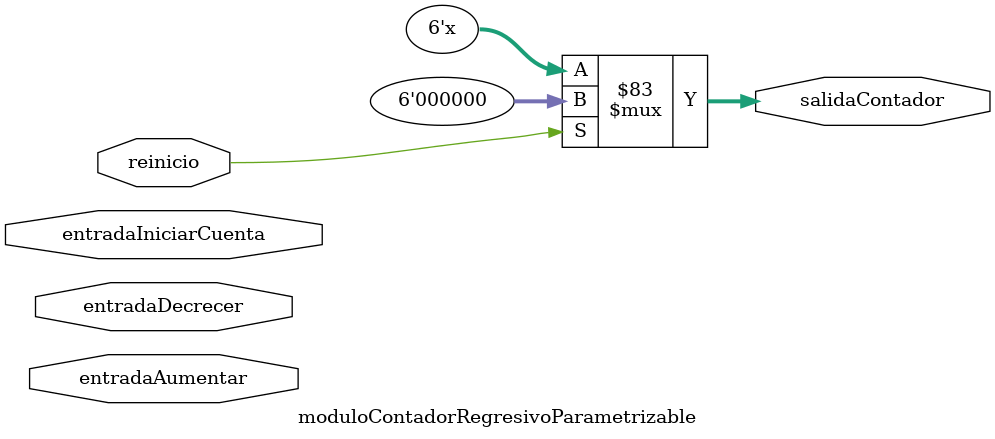
<source format=sv>
module moduloContadorRegresivoParametrizable #(parameter cantidadBits=6) (entradaAumentar, entradaIniciarCuenta, entradaDecrecer, reinicio, salidaContador);
	input logic entradaAumentar;
	input logic entradaIniciarCuenta;
	input logic entradaDecrecer;
	input logic reinicio;
	output logic [cantidadBits-1:0] salidaContador;
	
	reg cuentaIniciada;
	reg [cantidadBits-1:0] numeroIniciarCuenta;
	
	always @(entradaAumentar, entradaIniciarCuenta, entradaDecrecer, reinicio) begin
		if (reinicio == 1'b1) begin
			salidaContador = 0;
			cuentaIniciada = 0;
			numeroIniciarCuenta = 0;
		end
		else begin
			if (cuentaIniciada == 1'b0) begin
				if (entradaAumentar == 1'b1) numeroIniciarCuenta = numeroIniciarCuenta + 1; 
				if (entradaIniciarCuenta == 1'b1) begin
					cuentaIniciada = 1;
					salidaContador = numeroIniciarCuenta;
				end
			end
			else begin
				if (entradaDecrecer == 1'b1) begin
					if (salidaContador == 0) salidaContador = numeroIniciarCuenta;
					else salidaContador = salidaContador - 1;
				end
			end
		end
	end
endmodule 
</source>
